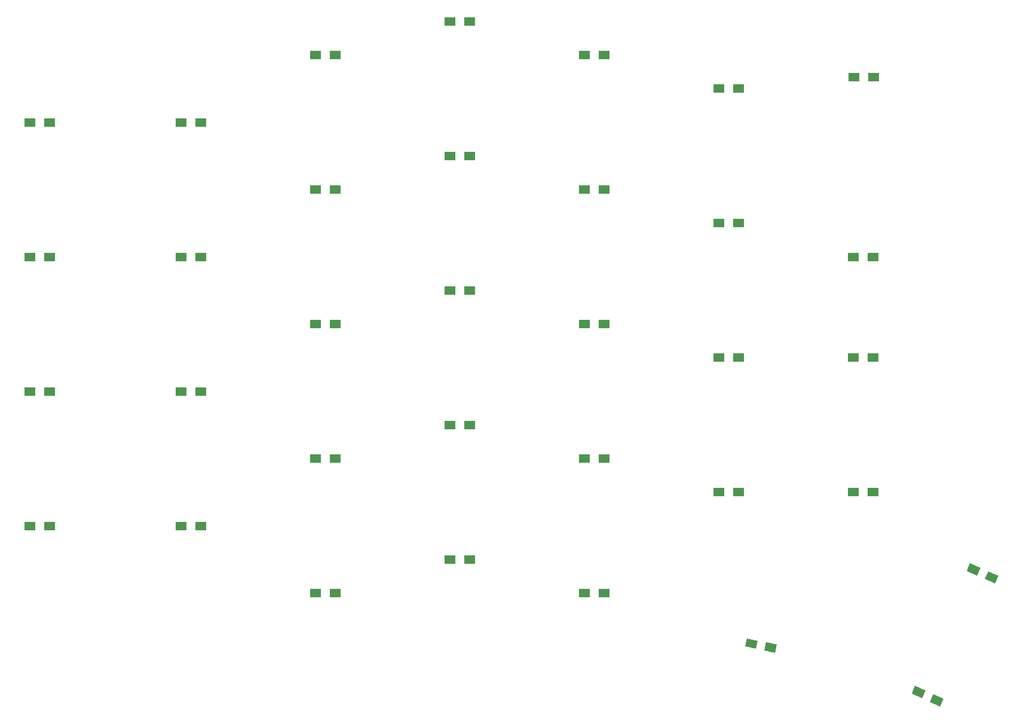
<source format=gbr>
%TF.GenerationSoftware,KiCad,Pcbnew,5.1.9*%
%TF.CreationDate,2021-05-01T14:24:38+02:00*%
%TF.ProjectId,pcb,7063622e-6b69-4636-9164-5f7063625858,rev?*%
%TF.SameCoordinates,Original*%
%TF.FileFunction,Paste,Top*%
%TF.FilePolarity,Positive*%
%FSLAX46Y46*%
G04 Gerber Fmt 4.6, Leading zero omitted, Abs format (unit mm)*
G04 Created by KiCad (PCBNEW 5.1.9) date 2021-05-01 14:24:38*
%MOMM*%
%LPD*%
G01*
G04 APERTURE LIST*
%ADD10C,0.100000*%
%ADD11R,1.600000X1.200000*%
G04 APERTURE END LIST*
D10*
%TO.C,D34*%
G36*
X176291095Y-152334138D02*
G01*
X175801098Y-153429539D01*
X174340563Y-152776210D01*
X174830560Y-151680809D01*
X176291095Y-152334138D01*
G37*
G36*
X173735159Y-151190812D02*
G01*
X173245162Y-152286213D01*
X171784627Y-151632884D01*
X172274624Y-150537483D01*
X173735159Y-151190812D01*
G37*
%TD*%
%TO.C,D33*%
G36*
X168512400Y-169723629D02*
G01*
X168022403Y-170819030D01*
X166561868Y-170165701D01*
X167051865Y-169070300D01*
X168512400Y-169723629D01*
G37*
G36*
X165956464Y-168580303D02*
G01*
X165466467Y-169675704D01*
X164005932Y-169022375D01*
X164495929Y-167926974D01*
X165956464Y-168580303D01*
G37*
%TD*%
D11*
%TO.C,D32*%
X158562500Y-140493750D03*
X155762500Y-140493750D03*
%TD*%
%TO.C,D31*%
X158562500Y-121443750D03*
X155762500Y-121443750D03*
%TD*%
%TO.C,D30*%
X158562500Y-107156250D03*
X155762500Y-107156250D03*
%TD*%
%TO.C,D29*%
X158650000Y-81700000D03*
X155850000Y-81700000D03*
%TD*%
D10*
%TO.C,D28*%
G36*
X144926663Y-162084755D02*
G01*
X144677169Y-163258532D01*
X143112133Y-162925873D01*
X143361627Y-161752096D01*
X144926663Y-162084755D01*
G37*
G36*
X142187849Y-161502603D02*
G01*
X141938355Y-162676380D01*
X140373319Y-162343721D01*
X140622813Y-161169944D01*
X142187849Y-161502603D01*
G37*
%TD*%
D11*
%TO.C,D27*%
X139512500Y-140493750D03*
X136712500Y-140493750D03*
%TD*%
%TO.C,D26*%
X139512500Y-121443750D03*
X136712500Y-121443750D03*
%TD*%
%TO.C,D25*%
X139512500Y-102393750D03*
X136712500Y-102393750D03*
%TD*%
%TO.C,D24*%
X139512500Y-83343750D03*
X136712500Y-83343750D03*
%TD*%
%TO.C,D23*%
X120462500Y-154781250D03*
X117662500Y-154781250D03*
%TD*%
%TO.C,D22*%
X120462500Y-135731250D03*
X117662500Y-135731250D03*
%TD*%
%TO.C,D21*%
X120462500Y-116681250D03*
X117662500Y-116681250D03*
%TD*%
%TO.C,D20*%
X120462500Y-97631250D03*
X117662500Y-97631250D03*
%TD*%
%TO.C,D19*%
X120462500Y-78581250D03*
X117662500Y-78581250D03*
%TD*%
%TO.C,D18*%
X101412500Y-150018750D03*
X98612500Y-150018750D03*
%TD*%
%TO.C,D17*%
X101412500Y-130968750D03*
X98612500Y-130968750D03*
%TD*%
%TO.C,D16*%
X101412500Y-111918750D03*
X98612500Y-111918750D03*
%TD*%
%TO.C,D15*%
X101412500Y-92868750D03*
X98612500Y-92868750D03*
%TD*%
%TO.C,D14*%
X101412500Y-73818750D03*
X98612500Y-73818750D03*
%TD*%
%TO.C,D13*%
X82362500Y-154781250D03*
X79562500Y-154781250D03*
%TD*%
%TO.C,D12*%
X82362500Y-135731250D03*
X79562500Y-135731250D03*
%TD*%
%TO.C,D11*%
X82362500Y-116681250D03*
X79562500Y-116681250D03*
%TD*%
%TO.C,D10*%
X82362500Y-97631250D03*
X79562500Y-97631250D03*
%TD*%
%TO.C,D9*%
X82362500Y-78581250D03*
X79562500Y-78581250D03*
%TD*%
%TO.C,D8*%
X63312500Y-145256250D03*
X60512500Y-145256250D03*
%TD*%
%TO.C,D7*%
X63312500Y-126206250D03*
X60512500Y-126206250D03*
%TD*%
%TO.C,D6*%
X63312500Y-107156250D03*
X60512500Y-107156250D03*
%TD*%
%TO.C,D5*%
X63312500Y-88106250D03*
X60512500Y-88106250D03*
%TD*%
%TO.C,D4*%
X41881250Y-145256250D03*
X39081250Y-145256250D03*
%TD*%
%TO.C,D3*%
X41881250Y-126206250D03*
X39081250Y-126206250D03*
%TD*%
%TO.C,D2*%
X41881250Y-107156250D03*
X39081250Y-107156250D03*
%TD*%
%TO.C,D1*%
X41881250Y-88106250D03*
X39081250Y-88106250D03*
%TD*%
M02*

</source>
